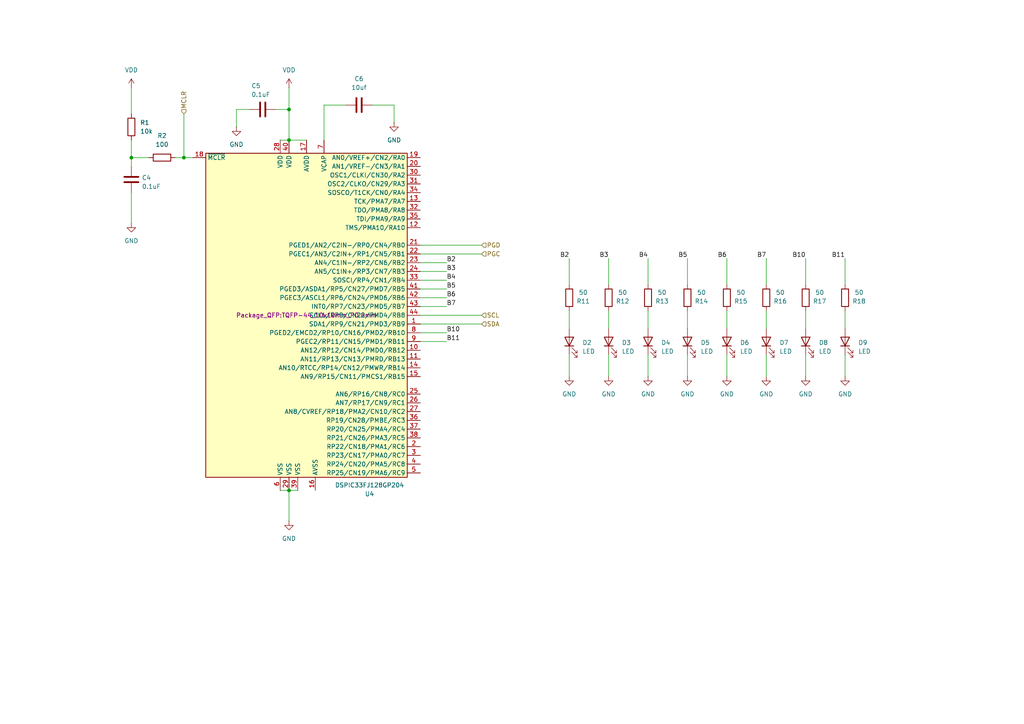
<source format=kicad_sch>
(kicad_sch (version 20231120) (generator "eeschema") (generator_version "8.0")
  (paper "A4")
  (lib_symbols
    (symbol "DSP_Microchip_DSPIC33:DSPIC33FJ128GP204"
      (property "Reference" "U" (at -29.21 48.26 0))
      (property "Value" "DSPIC33FJ128GP204" (at -29.21 -48.26 0))
      (symbol "DSPIC33FJ128GP204_1_1"
        (rectangle (start -29.21 46.99) (end 29.21 -46.99) (stroke (width 0.254)) (fill (type background)))
        (pin bidirectional line (at 33.02 -2.54 180) (length 3.81) (name "SDA1/RP9/CN21/PMD3/RB9") (number "1"))
        (pin bidirectional line (at 33.02 -10.16 180) (length 3.81) (name "AN12/RP12/CN14/PMD0/RB12") (number "10"))
        (pin bidirectional line (at 33.02 -12.7 180) (length 3.81) (name "AN11/RP13/CN13/PMRD/RB13") (number "11"))
        (pin bidirectional line (at 33.02 25.4 180) (length 3.81) (name "TMS/PMA10/RA10") (number "12"))
        (pin bidirectional line (at 33.02 33.02 180) (length 3.81) (name "TCK/PMA7/RA7") (number "13"))
        (pin bidirectional line (at 33.02 -15.24 180) (length 3.81) (name "AN10/RTCC/RP14/CN12/PMWR/RB14") (number "14"))
        (pin bidirectional line (at 33.02 -17.78 180) (length 3.81) (name "AN9/RP15/CN11/PMCS1/RB15") (number "15"))
        (pin power_in line (at 2.54 -50.8 90) (length 3.81) (name "AVSS") (number "16"))
        (pin power_in line (at 0 50.8 270) (length 3.81) (name "AVDD") (number "17"))
        (pin input line (at -33.02 45.72 0) (length 3.81) (name "~{MCLR}") (number "18"))
        (pin bidirectional line (at 33.02 45.72 180) (length 3.81) (name "AN0/VREF+/CN2/RA0") (number "19"))
        (pin bidirectional line (at 33.02 -38.1 180) (length 3.81) (name "RP22/CN18/PMA1/RC6") (number "2"))
        (pin bidirectional line (at 33.02 43.18 180) (length 3.81) (name "AN1/VREF-/CN3/RA1") (number "20"))
        (pin bidirectional line (at 33.02 20.32 180) (length 3.81) (name "PGED1/AN2/C2IN-/RP0/CN4/RB0") (number "21"))
        (pin bidirectional line (at 33.02 17.78 180) (length 3.81) (name "PGEC1/AN3/C2IN+/RP1/CN5/RB1") (number "22"))
        (pin bidirectional line (at 33.02 15.24 180) (length 3.81) (name "AN4/C1IN-/RP2/CN6/RB2") (number "23"))
        (pin bidirectional line (at 33.02 12.7 180) (length 3.81) (name "AN5/C1IN+/RP3/CN7/RB3") (number "24"))
        (pin bidirectional line (at 33.02 -22.86 180) (length 3.81) (name "AN6/RP16/CN8/RC0") (number "25"))
        (pin bidirectional line (at 33.02 -25.4 180) (length 3.81) (name "AN7/RP17/CN9/RC1") (number "26"))
        (pin bidirectional line (at 33.02 -27.94 180) (length 3.81) (name "AN8/CVREF/RP18/PMA2/CN10/RC2") (number "27"))
        (pin power_in line (at -7.62 50.8 270) (length 3.81) (name "VDD") (number "28"))
        (pin power_in line (at -5.08 -50.8 90) (length 3.81) (name "VSS") (number "29"))
        (pin bidirectional line (at 33.02 -40.64 180) (length 3.81) (name "RP23/CN17/PMA0/RC7") (number "3"))
        (pin input line (at 33.02 40.64 180) (length 3.81) (name "OSC1/CLKI/CN30/RA2") (number "30"))
        (pin input line (at 33.02 38.1 180) (length 3.81) (name "OSC2/CLKO/CN29/RA3") (number "31"))
        (pin input line (at 33.02 30.48 180) (length 3.81) (name "TDO/PMA8/RA8") (number "32"))
        (pin input line (at 33.02 10.16 180) (length 3.81) (name "SOSCI/RP4/CN1/RB4") (number "33"))
        (pin input line (at 33.02 35.56 180) (length 3.81) (name "SOSCO/T1CK/CN0/RA4") (number "34"))
        (pin input line (at 33.02 27.94 180) (length 3.81) (name "TDI/PMA9/RA9") (number "35"))
        (pin input line (at 33.02 -30.48 180) (length 3.81) (name "RP19/CN28/PMBE/RC3") (number "36"))
        (pin input line (at 33.02 -33.02 180) (length 3.81) (name "RP20/CN25/PMA4/RC4") (number "37"))
        (pin input line (at 33.02 -35.56 180) (length 3.81) (name "RP21/CN26/PMA3/RC5") (number "38"))
        (pin power_in line (at -2.54 -50.8 90) (length 3.81) (name "VSS") (number "39"))
        (pin bidirectional line (at 33.02 -43.18 180) (length 3.81) (name "RP24/CN20/PMA5/RC8") (number "4"))
        (pin power_in line (at -5.08 50.8 270) (length 3.81) (name "VDD") (number "40"))
        (pin input line (at 33.02 7.62 180) (length 3.81) (name "PGED3/ASDA1/RP5/CN27/PMD7/RB5") (number "41"))
        (pin input line (at 33.02 5.08 180) (length 3.81) (name "PGEC3/ASCL1/RP6/CN24/PMD6/RB6") (number "42"))
        (pin input line (at 33.02 2.54 180) (length 3.81) (name "INT0/RP7/CN23/PMD5/RB7") (number "43"))
        (pin input line (at 33.02 0 180) (length 3.81) (name "SCL1/RP8/CN22/PMD4/RB8") (number "44"))
        (pin bidirectional line (at 33.02 -45.72 180) (length 3.81) (name "RP25/CN19/PMA6/RC9") (number "5"))
        (pin power_in line (at -7.62 -50.8 90) (length 3.81) (name "VSS") (number "6"))
        (pin power_in line (at 5.08 50.8 270) (length 3.81) (name "VCAP") (number "7"))
        (pin bidirectional line (at 33.02 -5.08 180) (length 3.81) (name "PGED2/EMCD2/RP10/CN16/PMD2/RB10") (number "8"))
        (pin bidirectional line (at 33.02 -7.62 180) (length 3.81) (name "PGEC2/RP11/CN15/PMD1/RB11") (number "9"))
      )
    )
    (symbol "Device:C" (pin_numbers hide) (pin_names (offset 0.254))
      (property "Reference" "C" (at 0.635 2.54 0))
      (property "Value" "C" (at 0.635 -2.54 0))
      (symbol "C_0_1"
        (polyline (pts (xy -2.032 -0.762) (xy 2.032 -0.762)) (stroke (width 0.508)))
        (polyline (pts (xy -2.032 0.762) (xy 2.032 0.762)) (stroke (width 0.508)))
      )
      (symbol "C_1_1"
        (pin passive line (at 0 3.81 270) (length 2.794) (name "~") (number "1"))
        (pin passive line (at 0 -3.81 90) (length 2.794) (name "~") (number "2"))
      )
    )
    (symbol "Device:LED" (pin_numbers hide) (pin_names (offset 1.016) hide)
      (property "Reference" "D" (at 0 2.54 0))
      (property "Value" "LED" (at 0 -2.54 0))
      (symbol "LED_0_1"
        (polyline (pts (xy -1.27 -1.27) (xy -1.27 1.27)) (stroke (width 0.254)))
        (polyline (pts (xy -1.27 0) (xy 1.27 0)))
        (polyline (pts (xy 1.27 -1.27) (xy 1.27 1.27) (xy -1.27 0) (xy 1.27 -1.27)) (stroke (width 0.254)))
        (polyline (pts (xy -3.048 -0.762) (xy -4.572 -2.286) (xy -3.81 -2.286) (xy -4.572 -2.286) (xy -4.572 -1.524)))
        (polyline (pts (xy -1.778 -0.762) (xy -3.302 -2.286) (xy -2.54 -2.286) (xy -3.302 -2.286) (xy -3.302 -1.524)))
      )
      (symbol "LED_1_1"
        (pin passive line (at -3.81 0 0) (length 2.54) (name "K") (number "1"))
        (pin passive line (at 3.81 0 180) (length 2.54) (name "A") (number "2"))
      )
    )
    (symbol "Device:R" (pin_numbers hide) (pin_names (offset 0))
      (property "Reference" "R" (at 2.032 0 90))
      (property "Value" "R" (at 0 0 90))
      (symbol "R_0_1"
        (rectangle (start -1.016 -2.54) (end 1.016 2.54) (stroke (width 0.254)))
      )
      (symbol "R_1_1"
        (pin passive line (at 0 3.81 270) (length 1.27) (name "~") (number "1"))
        (pin passive line (at 0 -3.81 90) (length 1.27) (name "~") (number "2"))
      )
    )
    (symbol "power:GND" (power) (pin_numbers hide) (pin_names (offset 0) hide)
      (property "Value" "GND" (at 0 -3.81 0))
      (symbol "GND_0_1"
        (polyline (pts (xy 0 0) (xy 0 -1.27) (xy 1.27 -1.27) (xy 0 -2.54) (xy -1.27 -1.27) (xy 0 -1.27)))
      )
      (symbol "GND_1_1"
        (pin power_in line (at 0 0 270) (length 0) (name "~") (number "1"))
      )
    )
    (symbol "power:VDD" (power) (pin_numbers hide) (pin_names (offset 0) hide)
      (property "Value" "VDD" (at 0 3.556 0))
      (symbol "VDD_0_1"
        (polyline (pts (xy -0.762 1.27) (xy 0 2.54)))
        (polyline (pts (xy 0 0) (xy 0 2.54)))
        (polyline (pts (xy 0 2.54) (xy 0.762 1.27)))
      )
      (symbol "VDD_1_1"
        (pin power_in line (at 0 0 90) (length 0) (name "~") (number "1"))
      )
    )
  )
  (junction (at 53.34 45.72))
  (junction (at 83.82 142.24))
  (junction (at 38.1 45.72))
  (junction (at 83.82 40.64))
  (junction (at 83.82 31.75))
  (wire (pts (xy 83.82 40.64) (xy 81.28 40.64)))
  (wire (pts (xy 176.53 90.17) (xy 176.53 95.25)))
  (wire (pts (xy 233.68 102.87) (xy 233.68 109.22)))
  (wire (pts (xy 165.1 102.87) (xy 165.1 109.22)))
  (wire (pts (xy 233.68 74.93) (xy 233.68 82.55)))
  (wire (pts (xy 83.82 31.75) (xy 83.82 40.64)))
  (wire (pts (xy 176.53 102.87) (xy 176.53 109.22)))
  (wire (pts (xy 68.58 31.75) (xy 72.39 31.75)))
  (wire (pts (xy 68.58 31.75) (xy 68.58 36.83)))
  (wire (pts (xy 43.18 45.72) (xy 38.1 45.72)))
  (wire (pts (xy 100.33 30.48) (xy 93.98 30.48)))
  (wire (pts (xy 233.68 90.17) (xy 233.68 95.25)))
  (wire (pts (xy 38.1 45.72) (xy 38.1 48.26)))
  (wire (pts (xy 129.54 83.82) (xy 121.92 83.82)))
  (wire (pts (xy 222.25 102.87) (xy 222.25 109.22)))
  (wire (pts (xy 199.39 74.93) (xy 199.39 82.55)))
  (wire (pts (xy 210.82 90.17) (xy 210.82 95.25)))
  (wire (pts (xy 80.01 31.75) (xy 83.82 31.75)))
  (wire (pts (xy 50.8 45.72) (xy 53.34 45.72)))
  (wire (pts (xy 93.98 30.48) (xy 93.98 40.64)))
  (wire (pts (xy 129.54 76.2) (xy 121.92 76.2)))
  (wire (pts (xy 38.1 25.4) (xy 38.1 33.02)))
  (wire (pts (xy 187.96 102.87) (xy 187.96 109.22)))
  (wire (pts (xy 83.82 142.24) (xy 86.36 142.24)))
  (wire (pts (xy 83.82 40.64) (xy 88.9 40.64)))
  (wire (pts (xy 81.28 142.24) (xy 83.82 142.24)))
  (wire (pts (xy 165.1 74.93) (xy 165.1 82.55)))
  (wire (pts (xy 187.96 90.17) (xy 187.96 95.25)))
  (wire (pts (xy 245.11 74.93) (xy 245.11 82.55)))
  (wire (pts (xy 210.82 102.87) (xy 210.82 109.22)))
  (wire (pts (xy 121.92 73.66) (xy 139.7 73.66)))
  (wire (pts (xy 38.1 55.88) (xy 38.1 64.77)))
  (wire (pts (xy 129.54 88.9) (xy 121.92 88.9)))
  (wire (pts (xy 222.25 90.17) (xy 222.25 95.25)))
  (wire (pts (xy 222.25 74.93) (xy 222.25 82.55)))
  (wire (pts (xy 121.92 91.44) (xy 139.7 91.44)))
  (wire (pts (xy 199.39 102.87) (xy 199.39 109.22)))
  (wire (pts (xy 53.34 45.72) (xy 55.88 45.72)))
  (wire (pts (xy 129.54 99.06) (xy 121.92 99.06)))
  (wire (pts (xy 176.53 74.93) (xy 176.53 82.55)))
  (wire (pts (xy 129.54 81.28) (xy 121.92 81.28)))
  (wire (pts (xy 245.11 90.17) (xy 245.11 95.25)))
  (wire (pts (xy 187.96 74.93) (xy 187.96 82.55)))
  (wire (pts (xy 129.54 96.52) (xy 121.92 96.52)))
  (wire (pts (xy 38.1 40.64) (xy 38.1 45.72)))
  (wire (pts (xy 121.92 93.98) (xy 139.7 93.98)))
  (wire (pts (xy 129.54 78.74) (xy 121.92 78.74)))
  (wire (pts (xy 245.11 102.87) (xy 245.11 109.22)))
  (wire (pts (xy 210.82 74.93) (xy 210.82 82.55)))
  (wire (pts (xy 114.3 30.48) (xy 114.3 35.56)))
  (wire (pts (xy 199.39 90.17) (xy 199.39 95.25)))
  (wire (pts (xy 165.1 90.17) (xy 165.1 95.25)))
  (wire (pts (xy 107.95 30.48) (xy 114.3 30.48)))
  (wire (pts (xy 129.54 86.36) (xy 121.92 86.36)))
  (wire (pts (xy 83.82 142.24) (xy 83.82 151.13)))
  (wire (pts (xy 83.82 25.4) (xy 83.82 31.75)))
  (wire (pts (xy 53.34 33.02) (xy 53.34 45.72)))
  (wire (pts (xy 121.92 71.12) (xy 139.7 71.12)))
  (label "B11" (at 129.54 99.06 0))
  (label "B3" (at 176.53 74.93 180))
  (label "B6" (at 210.82 74.93 180))
  (label "B2" (at 129.54 76.2 0))
  (label "B4" (at 129.54 81.28 0))
  (label "B5" (at 199.39 74.93 180))
  (label "B11" (at 245.11 74.93 180))
  (label "B3" (at 129.54 78.74 0))
  (label "B5" (at 129.54 83.82 0))
  (label "B10" (at 129.54 96.52 0))
  (label "B6" (at 129.54 86.36 0))
  (label "B7" (at 222.25 74.93 180))
  (label "B10" (at 233.68 74.93 180))
  (label "B7" (at 129.54 88.9 0))
  (label "B2" (at 165.1 74.93 180))
  (label "B4" (at 187.96 74.93 180))
  (hierarchical_label "MCLR" (shape input) (at 53.34 33.02 90))
  (hierarchical_label "SCL" (shape input) (at 139.7 91.44 0))
  (hierarchical_label "PGD" (shape input) (at 139.7 71.12 0))
  (hierarchical_label "PGC" (shape input) (at 139.7 73.66 0))
  (hierarchical_label "SDA" (shape input) (at 139.7 93.98 0))
  (symbol (lib_id "power:GND") (at 222.25 109.22 0) (unit 1)
    (property "Reference" "#PWR035" (effects (hide yes)))
    (property "Value" "GND" (at 222.25 114.3 0))
    (property "Description" "Power symbol creates a global label with name \"GND\" , ground" (effects (hide yes)))
  )
  (symbol (lib_id "Device:LED") (at 245.11 99.06 90) (unit 1)
    (property "Reference" "D9" (at 248.92 99.3774 90) (effects (justify right)))
    (property "Value" "LED" (at 248.92 101.9174 90) (effects (justify right)))
    (property "Footprint" "LED_SMD:LED_0603_1608Metric" (effects (hide yes)))
    (property "Description" "Light emitting diode" (effects (hide yes)))
  )
  (symbol (lib_id "Device:R") (at 38.1 36.83 0) (unit 1)
    (property "Reference" "R1" (at 40.64 35.5599 0) (effects (justify left)))
    (property "Value" "10k" (at 40.64 38.0999 0) (effects (justify left)))
    (property "Footprint" "Resistor_SMD:R_0603_1608Metric" (effects (hide yes)))
    (property "Description" "Resistor" (effects (hide yes)))
  )
  (symbol (lib_id "Device:C") (at 104.14 30.48 90) (unit 1)
    (property "Reference" "C6" (at 104.14 22.86 90))
    (property "Value" "10uf" (at 104.14 25.4 90))
    (property "Footprint" "Capacitor_SMD:C_0603_1608Metric" (effects (hide yes)))
    (property "Description" "Unpolarized capacitor" (effects (hide yes)))
  )
  (symbol (lib_id "power:GND") (at 38.1 64.77 0) (unit 1)
    (property "Reference" "#PWR017" (effects (hide yes)))
    (property "Value" "GND" (at 38.1 69.85 0))
    (property "Description" "Power symbol creates a global label with name \"GND\" , ground" (effects (hide yes)))
  )
  (symbol (lib_id "Device:R") (at 233.68 86.36 180) (unit 1)
    (property "Reference" "R17" (at 237.744 87.376 0))
    (property "Value" "50" (at 237.744 84.836 0))
    (property "Footprint" "Resistor_SMD:R_0603_1608Metric" (effects (hide yes)))
    (property "Description" "Resistor" (effects (hide yes)))
  )
  (symbol (lib_id "Device:C") (at 38.1 52.07 180) (unit 1)
    (property "Reference" "C4" (at 41.148 51.562 0) (effects (justify right)))
    (property "Value" "0.1uF" (at 41.148 54.102 0) (effects (justify right)))
    (property "Footprint" "Capacitor_SMD:C_0402_1005Metric" (effects (hide yes)))
    (property "Description" "Unpolarized capacitor" (effects (hide yes)))
  )
  (symbol (lib_id "power:GND") (at 83.82 151.13 0) (unit 1)
    (property "Reference" "#PWR01" (effects (hide yes)))
    (property "Value" "GND" (at 83.82 156.21 0))
    (property "Description" "Power symbol creates a global label with name \"GND\" , ground" (effects (hide yes)))
  )
  (symbol (lib_id "Device:R") (at 199.39 86.36 180) (unit 1)
    (property "Reference" "R14" (at 203.454 87.376 0))
    (property "Value" "50" (at 203.454 84.836 0))
    (property "Footprint" "Resistor_SMD:R_0603_1608Metric" (effects (hide yes)))
    (property "Description" "Resistor" (effects (hide yes)))
  )
  (symbol (lib_id "power:GND") (at 210.82 109.22 0) (unit 1)
    (property "Reference" "#PWR033" (effects (hide yes)))
    (property "Value" "GND" (at 210.82 114.3 0))
    (property "Description" "Power symbol creates a global label with name \"GND\" , ground" (effects (hide yes)))
  )
  (symbol (lib_id "Device:C") (at 76.2 31.75 90) (unit 1)
    (property "Reference" "C5" (at 72.898 24.892 90) (effects (justify right)))
    (property "Value" "0.1uF" (at 72.898 27.432 90) (effects (justify right)))
    (property "Footprint" "Capacitor_SMD:C_0402_1005Metric" (effects (hide yes)))
    (property "Description" "Unpolarized capacitor" (effects (hide yes)))
  )
  (symbol (lib_id "power:GND") (at 176.53 109.22 0) (unit 1)
    (property "Reference" "#PWR027" (effects (hide yes)))
    (property "Value" "GND" (at 176.53 114.3 0))
    (property "Description" "Power symbol creates a global label with name \"GND\" , ground" (effects (hide yes)))
  )
  (symbol (lib_id "power:VDD") (at 83.82 25.4 0) (unit 1)
    (property "Reference" "#PWR021" (effects (hide yes)))
    (property "Value" "VDD" (at 83.82 20.32 0))
    (property "Description" "Power symbol creates a global label with name \"VDD\"" (effects (hide yes)))
  )
  (symbol (lib_id "Device:LED") (at 222.25 99.06 90) (unit 1)
    (property "Reference" "D7" (at 226.06 99.3774 90) (effects (justify right)))
    (property "Value" "LED" (at 226.06 101.9174 90) (effects (justify right)))
    (property "Footprint" "LED_SMD:LED_0603_1608Metric" (effects (hide yes)))
    (property "Description" "Light emitting diode" (effects (hide yes)))
  )
  (symbol (lib_id "power:GND") (at 165.1 109.22 0) (unit 1)
    (property "Reference" "#PWR025" (effects (hide yes)))
    (property "Value" "GND" (at 165.1 114.3 0))
    (property "Description" "Power symbol creates a global label with name \"GND\" , ground" (effects (hide yes)))
  )
  (symbol (lib_id "power:GND") (at 68.58 36.83 0) (unit 1)
    (property "Reference" "#PWR015" (effects (hide yes)))
    (property "Value" "GND" (at 68.58 41.91 0))
    (property "Description" "Power symbol creates a global label with name \"GND\" , ground" (effects (hide yes)))
  )
  (symbol (lib_id "power:GND") (at 187.96 109.22 0) (unit 1)
    (property "Reference" "#PWR029" (effects (hide yes)))
    (property "Value" "GND" (at 187.96 114.3 0))
    (property "Description" "Power symbol creates a global label with name \"GND\" , ground" (effects (hide yes)))
  )
  (symbol (lib_id "power:VDD") (at 38.1 25.4 0) (unit 1)
    (property "Reference" "#PWR018" (effects (hide yes)))
    (property "Value" "VDD" (at 38.1 20.32 0))
    (property "Description" "Power symbol creates a global label with name \"VDD\"" (effects (hide yes)))
  )
  (symbol (lib_id "Device:LED") (at 199.39 99.06 90) (unit 1)
    (property "Reference" "D5" (at 203.2 99.3774 90) (effects (justify right)))
    (property "Value" "LED" (at 203.2 101.9174 90) (effects (justify right)))
    (property "Footprint" "LED_SMD:LED_0603_1608Metric" (effects (hide yes)))
    (property "Description" "Light emitting diode" (effects (hide yes)))
  )
  (symbol (lib_id "DSP_Microchip_DSPIC33:DSPIC33FJ128GP204") (at 88.9 91.44 0) (unit 1)
    (property "Reference" "U4" (at 107.188 143.256 0))
    (property "Value" "DSPIC33FJ128GP204" (at 107.188 140.716 0))
    (property "Footprint" "Package_QFP:TQFP-44_10x10mm_P0.8mm" (at 88.9 91.44 0))
    (property "Datasheet" "http://ww1.microchip.com/downloads/en/DeviceDoc/70292G.pdf" (effects (hide yes)))
    (property "Description" "40MIPS, 128k Flash, 8k SRAM" (effects (hide yes)))
  )
  (symbol (lib_id "Device:LED") (at 210.82 99.06 90) (unit 1)
    (property "Reference" "D6" (at 214.63 99.3774 90) (effects (justify right)))
    (property "Value" "LED" (at 214.63 101.9174 90) (effects (justify right)))
    (property "Footprint" "LED_SMD:LED_0603_1608Metric" (effects (hide yes)))
    (property "Description" "Light emitting diode" (effects (hide yes)))
  )
  (symbol (lib_id "Device:R") (at 46.99 45.72 90) (unit 1)
    (property "Reference" "R2" (at 46.99 39.37 90))
    (property "Value" "100" (at 46.99 41.91 90))
    (property "Footprint" "Resistor_SMD:R_0603_1608Metric" (effects (hide yes)))
    (property "Description" "Resistor" (effects (hide yes)))
  )
  (symbol (lib_id "power:GND") (at 233.68 109.22 0) (unit 1)
    (property "Reference" "#PWR028" (effects (hide yes)))
    (property "Value" "GND" (at 233.68 114.3 0))
    (property "Description" "Power symbol creates a global label with name \"GND\" , ground" (effects (hide yes)))
  )
  (symbol (lib_id "Device:LED") (at 176.53 99.06 90) (unit 1)
    (property "Reference" "D3" (at 180.34 99.3774 90) (effects (justify right)))
    (property "Value" "LED" (at 180.34 101.9174 90) (effects (justify right)))
    (property "Footprint" "LED_SMD:LED_0603_1608Metric" (effects (hide yes)))
    (property "Description" "Light emitting diode" (effects (hide yes)))
  )
  (symbol (lib_id "Device:R") (at 176.53 86.36 180) (unit 1)
    (property "Reference" "R12" (at 180.594 87.376 0))
    (property "Value" "50" (at 180.594 84.836 0))
    (property "Footprint" "Resistor_SMD:R_0603_1608Metric" (effects (hide yes)))
    (property "Description" "Resistor" (effects (hide yes)))
  )
  (symbol (lib_id "Device:LED") (at 165.1 99.06 90) (unit 1)
    (property "Reference" "D2" (at 168.91 99.3774 90) (effects (justify right)))
    (property "Value" "LED" (at 168.91 101.9174 90) (effects (justify right)))
    (property "Footprint" "LED_SMD:LED_0603_1608Metric" (effects (hide yes)))
    (property "Description" "Light emitting diode" (effects (hide yes)))
  )
  (symbol (lib_id "Device:LED") (at 233.68 99.06 90) (unit 1)
    (property "Reference" "D8" (at 237.49 99.3774 90) (effects (justify right)))
    (property "Value" "LED" (at 237.49 101.9174 90) (effects (justify right)))
    (property "Footprint" "LED_SMD:LED_0603_1608Metric" (effects (hide yes)))
    (property "Description" "Light emitting diode" (effects (hide yes)))
  )
  (symbol (lib_id "Device:LED") (at 187.96 99.06 90) (unit 1)
    (property "Reference" "D4" (at 191.77 99.3774 90) (effects (justify right)))
    (property "Value" "LED" (at 191.77 101.9174 90) (effects (justify right)))
    (property "Footprint" "LED_SMD:LED_0603_1608Metric" (effects (hide yes)))
    (property "Description" "Light emitting diode" (effects (hide yes)))
  )
  (symbol (lib_id "Device:R") (at 245.11 86.36 180) (unit 1)
    (property "Reference" "R18" (at 249.174 87.376 0))
    (property "Value" "50" (at 249.174 84.836 0))
    (property "Footprint" "Resistor_SMD:R_0603_1608Metric" (effects (hide yes)))
    (property "Description" "Resistor" (effects (hide yes)))
  )
  (symbol (lib_id "Device:R") (at 187.96 86.36 180) (unit 1)
    (property "Reference" "R13" (at 192.024 87.376 0))
    (property "Value" "50" (at 192.024 84.836 0))
    (property "Footprint" "Resistor_SMD:R_0603_1608Metric" (effects (hide yes)))
    (property "Description" "Resistor" (effects (hide yes)))
  )
  (symbol (lib_id "power:GND") (at 199.39 109.22 0) (unit 1)
    (property "Reference" "#PWR031" (effects (hide yes)))
    (property "Value" "GND" (at 199.39 114.3 0))
    (property "Description" "Power symbol creates a global label with name \"GND\" , ground" (effects (hide yes)))
  )
  (symbol (lib_id "Device:R") (at 165.1 86.36 180) (unit 1)
    (property "Reference" "R11" (at 169.164 87.376 0))
    (property "Value" "50" (at 169.164 84.836 0))
    (property "Footprint" "Resistor_SMD:R_0603_1608Metric" (effects (hide yes)))
    (property "Description" "Resistor" (effects (hide yes)))
  )
  (symbol (lib_id "Device:R") (at 222.25 86.36 180) (unit 1)
    (property "Reference" "R16" (at 226.314 87.376 0))
    (property "Value" "50" (at 226.314 84.836 0))
    (property "Footprint" "Resistor_SMD:R_0603_1608Metric" (effects (hide yes)))
    (property "Description" "Resistor" (effects (hide yes)))
  )
  (symbol (lib_id "power:GND") (at 245.11 109.22 0) (unit 1)
    (property "Reference" "#PWR030" (effects (hide yes)))
    (property "Value" "GND" (at 245.11 114.3 0))
    (property "Description" "Power symbol creates a global label with name \"GND\" , ground" (effects (hide yes)))
  )
  (symbol (lib_id "Device:R") (at 210.82 86.36 180) (unit 1)
    (property "Reference" "R15" (at 214.884 87.376 0))
    (property "Value" "50" (at 214.884 84.836 0))
    (property "Footprint" "Resistor_SMD:R_0603_1608Metric" (effects (hide yes)))
    (property "Description" "Resistor" (effects (hide yes)))
  )
  (symbol (lib_id "power:GND") (at 114.3 35.56 0) (unit 1)
    (property "Reference" "#PWR016" (effects (hide yes)))
    (property "Value" "GND" (at 114.3 40.64 0))
    (property "Description" "Power symbol creates a global label with name \"GND\" , ground" (effects (hide yes)))
  )
)
</source>
